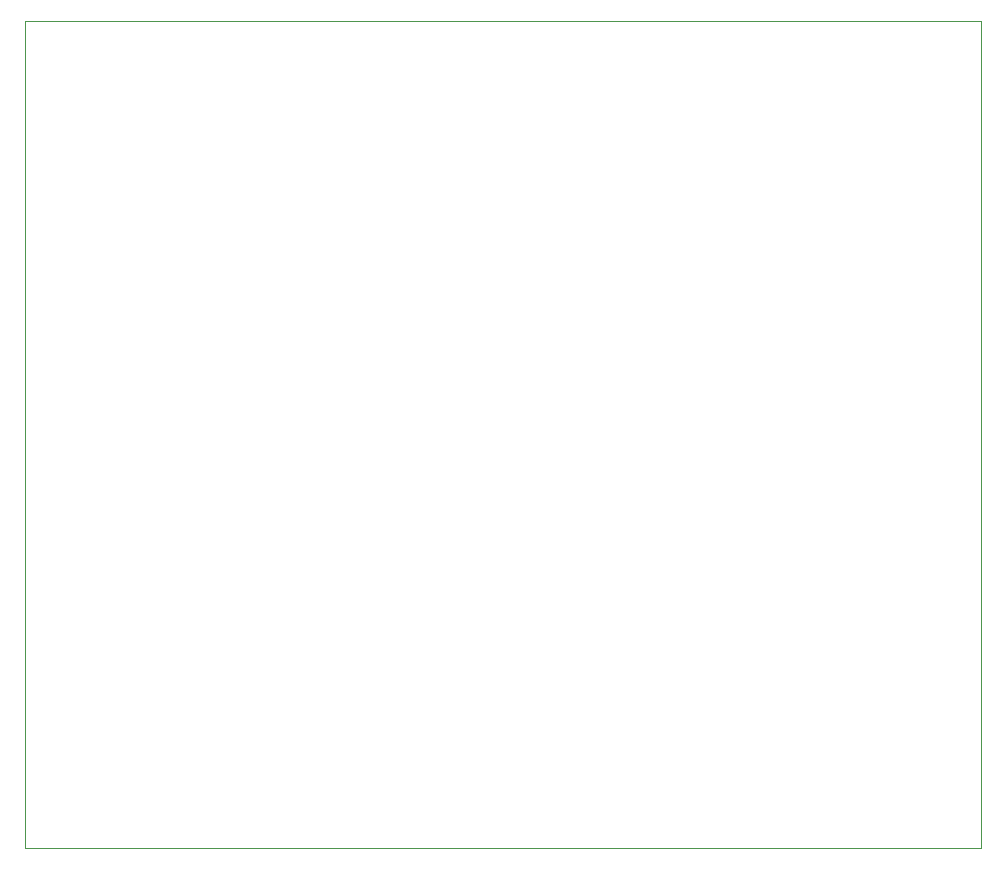
<source format=gbr>
%TF.GenerationSoftware,KiCad,Pcbnew,7.0.10*%
%TF.CreationDate,2024-10-20T20:49:14-04:00*%
%TF.ProjectId,Watch_Hackpad,57617463-685f-4486-9163-6b7061642e6b,rev?*%
%TF.SameCoordinates,Original*%
%TF.FileFunction,Profile,NP*%
%FSLAX46Y46*%
G04 Gerber Fmt 4.6, Leading zero omitted, Abs format (unit mm)*
G04 Created by KiCad (PCBNEW 7.0.10) date 2024-10-20 20:49:14*
%MOMM*%
%LPD*%
G01*
G04 APERTURE LIST*
%TA.AperFunction,Profile*%
%ADD10C,0.100000*%
%TD*%
G04 APERTURE END LIST*
D10*
X153900000Y-104300000D02*
X234900000Y-104300000D01*
X153900000Y-34300000D02*
X153900000Y-104300000D01*
X234900000Y-34300000D02*
X153900000Y-34300000D01*
X234900000Y-104300000D02*
X234900000Y-34300000D01*
M02*

</source>
